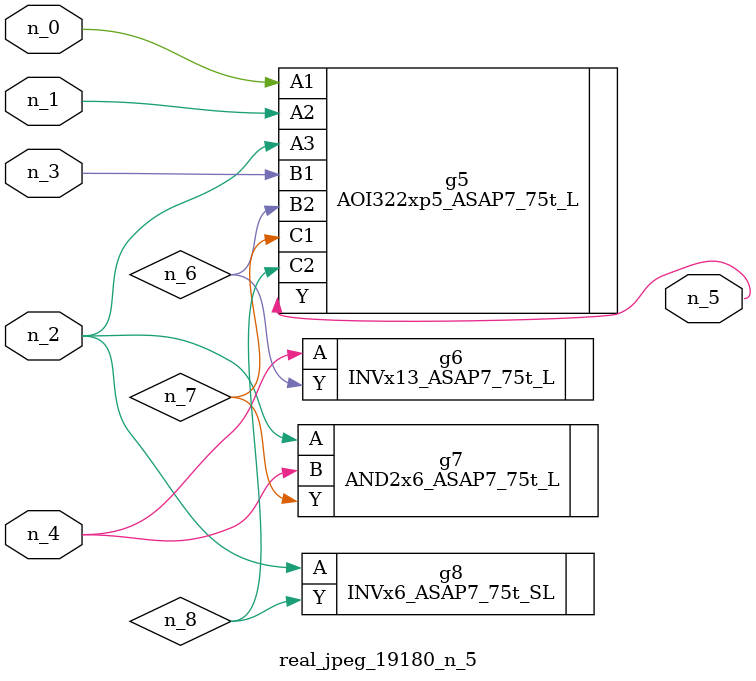
<source format=v>
module real_jpeg_19180_n_5 (n_4, n_0, n_1, n_2, n_3, n_5);

input n_4;
input n_0;
input n_1;
input n_2;
input n_3;

output n_5;

wire n_8;
wire n_6;
wire n_7;

AOI322xp5_ASAP7_75t_L g5 ( 
.A1(n_0),
.A2(n_1),
.A3(n_2),
.B1(n_3),
.B2(n_6),
.C1(n_7),
.C2(n_8),
.Y(n_5)
);

AND2x6_ASAP7_75t_L g7 ( 
.A(n_2),
.B(n_4),
.Y(n_7)
);

INVx6_ASAP7_75t_SL g8 ( 
.A(n_2),
.Y(n_8)
);

INVx13_ASAP7_75t_L g6 ( 
.A(n_4),
.Y(n_6)
);


endmodule
</source>
